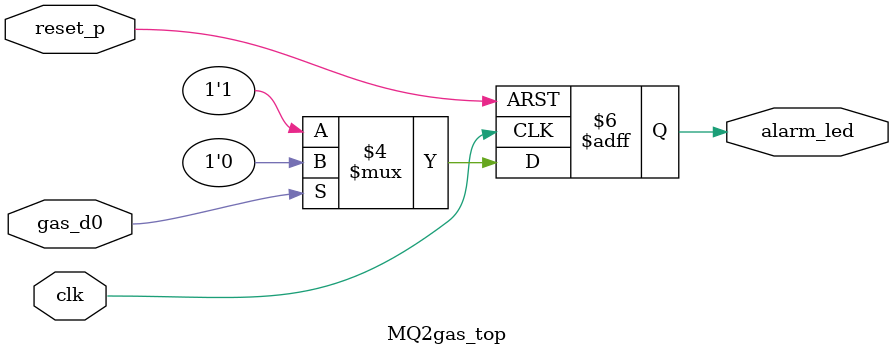
<source format=v>
`timescale 1ns / 1ps


module ring_counter_led_top(
    input clk, reset_p,     // FPGA 보드에서 제공되는 주 클럭 신호
                            // 회로를 초기화 하는 리셋 신호
    output reg [15:0] led   // 16개의 LED를 제어하는 16비트 출력
    );
    
    reg [20:0] clk_div;     // 21비트 너비의 레지스터 선언. 클락을 하는 카운터 역할
    always @(posedge clk)clk_div = clk_div + 1; // clk의 상승 엣지마다 아래 코드 실행
                                                // clk의 상승 엣지마다 clk_div 값을 1씩 증가(클럭 분주기)
    always @(posedge clk_div[20] or posedge reset_p)begin
        // always블록은 reset_p의 상승 엣지 또는 clk_div[20]의
        // 상승 엣지에서만 동작함. 즉 매우느린 clk_div[20]에 맞게 바뀜

        if(reset_p)led = 16'b0000_0000_0000_0001;
        // reset_p가 활성화되면 모든 led를 끄고 첫번째led(가장 오른쪽 비트)만 켬

        else led = {led[14:0], led[15]};
        // 리셋이 아닌경우 led값을 순환 쉬프트함.

    end
    
endmodule

module ring_counter_led_edge_detector_p(
    input clk,
    input reset_p,
    
    output reg [15:0] led
    
    );

    reg [20:0] clk_div;
    always @(posedge clk)clk_div = clk_div + 1;
    wire clk_div_18;    
    edge_detector_p clk_div_edge(
        .clk(clk), .reset_p(reset_p), .cp(clk_div[18]),
        .p_edge(clk_div_18)
    );

    always @(posedge clk or posedge reset_p) begin
        if(reset_p)led = 16'b0000_0000_0000_0001;
        // reset_p가 활성화되면 모든 led를 끄고 첫번째led(가장 오른쪽 비트)만 켬

        else led = {led[14:0], led[15]};
    end
endmodule

module watch (
    input clk, reset_p,
    input btn_mode, inc_sec, inc_min,

    output reg [7:0] sec, min,
    output reg set_watch
    );

    always @(posedge clk, posedge reset_p) begin
        if (reset_p) begin
            set_watch = 0;
        end
        else if(btn_mode) begin
            set_watch = ~set_watch;
        end
    end

    reg [26:0] cnt_sysclk;
    // reg [5:0] sec, min;  // 있어야하나?
    always @(posedge clk, posedge reset_p) begin
        if(reset_p)begin
            cnt_sysclk = 0; // 1? 0?
            sec = 0;
            min = 0;
        end
        else begin
            if (set_watch) begin
                if(inc_sec) begin
                    if (sec >= 59) begin
                        sec = 0;
                    end 
                    else begin
                        sec = sec + 1;
                    end 
                end
                if (inc_min) begin
                    if(inc_min >= 59) begin
                        min = 0;
                    end 
                    else begin
                        min = min + 1;
                    end 
                end    
            end 
            else begin
                if(cnt_sysclk >= 27'd99_999_999)begin
                    cnt_sysclk = 0;
                    if(sec >= 59) begin
                        sec = 0;
                        if(min >= 59) begin
                            min = 0;
                        end 
                        else begin
                            min = min + 1;
                        end 
                    end
                    else begin
                        sec = sec + 1;
                    end 
                end
                else begin
                    cnt_sysclk = cnt_sysclk + 1;
                end 
            end    
        end
    end
    
endmodule

module watch_top_before_modfied(
    input clk, reset_p,
    input [2:0] btn,

    output [7:0] seg_7,
    output [3:0] com,
    output [15:0] led
    );
    
    wire btn_mode, inc_sec, inc_min;
    
    btn_cntr mode_btn(
        .clk(clk), .reset_p(reset_p), .btn(btn[0]), .btn_pedge(btn_mode));
    btn_cntr inc_sec__btn(
        .clk(clk), .reset_p(reset_p), .btn(btn[1]), .btn_pedge(inc_sec));
    btn_cntr inc_min_btn(
        .clk(clk), .reset_p(reset_p), .btn(btn[2]), .btn_pedge(inc_min));
        
    reg set_watch;
    assign led[0] = set_watch;
    always @(posedge clk, posedge reset_p)begin
        if(reset_p)begin
            set_watch = 0;
        end
        else if(btn_mode)begin
            set_watch = ~set_watch;
        end
    end

    reg [26:0] cnt_sysclk;
    reg [7:0] sec, min;
    always @(posedge clk, posedge reset_p)begin
        if(reset_p)begin
            cnt_sysclk = 0;
            sec = 0;
            min = 0;
        end
        else begin
            if(set_watch)begin
                if(inc_sec)begin
                    if(sec >= 59)sec = 0;
                    else sec = sec + 1;
                end
                if(inc_min)begin
                    if(min >= 59)min = 0;
                    else min = min + 1;
                end
            end
            else begin
                if(cnt_sysclk >= 27'd99_999_999)begin
                    cnt_sysclk = 0;
                    if(sec >= 59)begin
                        sec = 0;
                        if(min >= 59) begin
                            min = 0;
                        end 
                        else begin
                            min = min + 1;
                        end 
                    end
                    else sec = sec + 1;
                end
                else begin
                    cnt_sysclk = cnt_sysclk + 1;
                end 
            end
        end
    end
    wire [15:0] sec_bcd, min_bcd;
    bin_to_dec bcd_sec(.bin(sec), .bcd(sec_bcd));
    bin_to_dec bcd_min(.bin(min), .bcd(min_bcd));
    fnd_cntr fnd(.clk(clk), .reset_p(reset_p),
        .fnd_value({min_bcd[7:0], sec_bcd[7:0]}), .hex_bcd(1),
        .seg_7(seg_7), .com(com));

endmodule


module watch_top (
    input clk, reset_p,
    input [2:0] btn,

    output [7:0] seg_7,
    output [3:0] com,
    output [15:0] led
);

    // wire [2:0] debounce_btn;
    wire btn_mode, inc_sec, inc_min;    // 벡터보단 구별이 편함
    wire [7:0] sec, min;
    wire set_watch;
    wire [15:0] sec_bcd, min_bcd;
    assign led[0] = set_watch;

//     debounce btn_0(
//     .clk(clk),
//     .btn_in(btn[0]),
//     .btn_out(btn_mode)
// );

//     debounce btn_1(
//     .clk(clk),
//     .btn_in(btn[1]),
//     .btn_out(inc_sec)
// );

//     debounce btn_2(
//     .clk(clk),
//     .btn_in(btn[2]),
//     .btn_out(inc_min)
// );

    btn_cntr mode_btn(
    .clk(clk), 
    .reset_p(reset_p),
    .btn(btn[0]),
    .btn_pedge(btn_mode)
);
    btn_cntr inc_sec_btn(
    .clk(clk), 
    .reset_p(reset_p),
    .btn(btn[1]),
    .btn_pedge(inc_sec)
);
    btn_cntr inc_min_btn(
    .clk(clk), 
    .reset_p(reset_p),
    .btn(btn[2]),
    .btn_pedge(inc_min)
);

    // wire mode_btn_pedge;
    // edge_detector_p mode_ed(
    //     .clk(clk), 
    //     .reset_p(reset_p),
    //     .cp(btn_mode), 
    //     .p_edge(mode_btn_pedge)
    // );
    // edge_detector_p inc_sec_ed(
    //     .clk(clk), 
    //     .reset_p(reset_p),
    //     .cp(inc_sec), 
    //     .p_edge(inc_sec_pedge)
    // );
    // edge_detector_p inc_min_ed(
    //     .clk(clk), 
    //     .reset_p(reset_p),
    //     .cp(inc_min), 
    //     .p_edge(inc_min_edge)
    // );

    // always @(posedge clk, posedge reset_p) begin
    //     if (reset_p) begin
    //         set_watch = 0;
    //     end
    //     else if(btn_mode)begin
    //         set_watch = ~set_watch;
    //     end
    // end

    // reg [26:0] cnt_sysclk;
    // reg [7:0] sec, min;
    // always @(posedge clk, posedge reset_p) begin
    //     if(reset_p)begin
    //         cnt_sysclk = 0;
    //         sec = 0;
    //         min = 0;
    //     end
    //     else begin
    //         if (set_watch) begin
    //             if(inc_sec) begin
    //                 if (sec >= 59)sec = 0;
    //                 else sec = sec + 1;
    //         end
    //         if (inc_min) begin
    //             if(inc_min >= 59)min = 0;
    //             else min = min + 1;
    //         end    
    //     end 
    //     else begin
    //         if(cnt_sysclk >= 27'd99_999_999)begin
    //             cnt_sysclk = 0;
    //             if(sec >= 59)begin
    //                 sec = 0;
    //                 if(min >= 59)min = 0;
    //                 else min = min + 1;
    //             end
    //             else sec = sec + 1;
    //         end
    //         else cnt_sysclk = cnt_sysclk + 1;
    //         end    
    //     end
    // end

    // always문 대체하고 watch를 instance화
    watch watch_instance (
        .clk(clk), 
        .reset_p(reset_p),
        .btn_mode(btn_mode), 
        .inc_sec(inc_sec), 
        .inc_min(inc_min),
        .sec(sec), 
        .min(min), 
        .set_watch(set_watch)
        );

    bin_to_dec bcd_sec(.bin(sec), .bcd(sec_bcd));
    bin_to_dec bcd_min(.bin(min), .bcd(min_bcd));

    fnd_cntr fnd(.clk(clk), .reset_p(reset_p),
    .fnd_value({min_bcd[7:0], sec_bcd[7:0]}), .hex_bcd(1),
    .seg_7(seg_7), .com(com));

endmodule


module cook_timer (
    input clk, reset_p,
    input btn_mode, inc_sec, inc_min, alarm_off,

    output reg [7:0] sec, min,
    output reg alarm,
    output reg start_set
);

    reg set_flag;
    reg [7:0] set_sec, set_min;
    reg [26:0] cnt_sysclk = 0;
    wire [15:0] cur_time = {min, sec};

    always @(posedge clk, posedge reset_p) begin
        if(reset_p) begin
            start_set = 0;
            alarm = 0;
        end
        else if(btn_mode && cur_time != 0 && start_set == 0)begin
            start_set = 1;
            set_sec = sec;
            set_min = min;
        end
        else if (start_set && btn_mode) begin
            start_set = 0;
        end
        else if (start_set && min == 0 && sec == 0) begin
            start_set = 0;
            alarm = 1;
        end
        else if (alarm && (alarm_off || inc_sec || inc_min || btn_mode)) begin
            alarm = 0;
            set_flag = 1;
        end
        else if (cur_time != 0) begin
            set_flag = 0;
        end
    end 
    
    // assign cur_time = {min, sec}; // 영상설명 다시보기
    always @(posedge clk, posedge reset_p) begin
        if(reset_p)begin
            cnt_sysclk = 0;
            sec = 0;
            min = 0;
        end
        else begin
            if (start_set) begin
                if (cnt_sysclk >= 99_999_999) begin // Q) -1 하는 이유?
                    cnt_sysclk = 0;
                    if (sec == 0) begin
                        if (min) begin
                            sec = 59;
                            min = min - 1;
                        end
                    end
                    else begin
                        sec = sec - 1;
                    end 
                end
                else begin
                    cnt_sysclk = cnt_sysclk + 1;
                end 
            end
            else begin
                if (inc_sec) begin
                    if (sec >= 59) begin
                        sec = 0;
                    end
                    else begin
                        sec = sec + 1;
                    end
                end
                else if (inc_min) begin
                    if (min >= 99) begin
                        min = 0;
                    end
                    else begin
                        min = min + 1;
                    end
                end
                if (set_flag) begin
                    sec = set_sec;
                    min = set_min;
                end
            end
        end
    end
endmodule


module cook_timer_top (
    input clk, reset_p,
    input [3:0] btn,
    output [7:0] seg_7,
    output [3:0] com,
    output alarm,   // reg안써도됨?
    output [15:0] led   // 디버깅용 led
);
    wire start_set;
    
    assign led[0] = start_set;
    assign led[15] = alarm;

    wire [7:0] sec, min;

    wire btn_mode, inc_sec, inc_min, alarm_off;
    wire [7:0] sec_bcd, min_bcd;

    btn_cntr mode_btn(
        .clk(clk), 
        .reset_p(reset_p),
        .btn(btn[0]),
        .btn_pedge(btn_mode)
    );

    btn_cntr inc_sec_btn(
        .clk(clk), 
        .reset_p(reset_p),
        .btn(btn[1]),
        .btn_pedge(inc_sec)
    );

    btn_cntr inc_min_btn(
        .clk(clk), 
        .reset_p(reset_p),
        .btn(btn[2]),
        .btn_pedge(inc_min)
    );

    btn_cntr alarm_off_btn(
        .clk(clk),
        .reset_p(reset_p),
        .btn(btn[3]),
        .btn_pedge(alarm_off)
    );
    
    cook_timer cook_timer_instance(
    .clk(clk), 
    .reset_p(reset_p),
    .btn_mode(btn_mode),
    .inc_sec(inc_sec),
    .inc_min(inc_min),
    .alarm_off(alarm_off),
    .sec(sec),
    .min(min),
    .alarm(alarm),
    .start_set(start_set)
    );

    bin_to_dec bcd_sec(.bin(sec), .bcd(sec_bcd));
    bin_to_dec bcd_min(.bin(min), .bcd(min_bcd));

    fnd_cntr fnd(.clk(clk), .reset_p(reset_p),
    .fnd_value({min_bcd[7:0], sec_bcd[7:0]}), .hex_bcd(1),
    .seg_7(seg_7), .com(com));


endmodule


module stop_watch (
    input clk, reset_p,
    input btn_start, btn_lap, btn_clear,

    output [7:0] fnd_sec, fnd_csec,
    output reg lap, start_stop
);
    
    always @(posedge clk, posedge reset_p) begin
        if (reset_p) begin
            start_stop = 0;
        end
        else if (btn_start) begin // 플립플롭?
            start_stop = ~start_stop;
        end
        else if (btn_clear) begin
            start_stop = 0;
        end
    end

    reg [7:0] sec, csec;
    reg [7:0] lap_sec, lap_csec;

    always @(posedge clk, posedge reset_p) begin
        if (reset_p) begin
            lap = 0;
            lap_sec = 0;
            lap_csec = 0;
        end
        else if (btn_lap) begin // 플립플롭?
            lap = ~lap;
            lap_sec = sec;
            lap_csec = csec;
        end
        else if (btn_clear) begin
            lap = 0;
            lap_sec = 0;
            lap_csec = 0;
        end
    end

    reg [26:0] cnt_sysclk; // = 0; // reg타입일때 =0은 시뮬레이션 할때 0 준것
    always @(posedge clk, posedge reset_p) begin
        if (reset_p) begin
            sec = 0;
            csec = 0;
            cnt_sysclk = 0;
        end
        else begin
            if (start_stop) begin
                if (cnt_sysclk >= 999_999) begin // 이숫자가 왜 100분의 1초이고 왜 이숫자씀?
                    cnt_sysclk = 0;
                    if (csec >= 99) begin
                        csec = 0;
                        if (sec >= 99) begin // 스탑워치니까 99까지만한다
                            sec = 0;
                        end
                        else begin
                            sec = sec + 1;
                        end
                    end
                    else begin
                        csec = csec + 1;
                    end
                end
                else begin
                    cnt_sysclk = cnt_sysclk + 1;
                end
            end
            if (btn_clear) begin
                sec = 0;
                csec = 0;
                cnt_sysclk = 0;
            end
        end
    end
    assign fnd_sec = lap ? lap_sec : sec;
    assign fnd_csec = lap ? lap_csec : csec;
endmodule

module stop_watch_top (
    input clk, 
    input reset_p,
    input [2:0] btn,

    output [7:0] seg_7,
    output [3:0] com,
    output [15:0] led
);

    wire btn_start, btn_lap, btn_clear;
    wire [7:0] fnd_sec, fnd_csec;
    wire lap, start_stop;

    assign led[0] = start_stop;
    assign led[1] = lap;

    btn_cntr start_btn(
        .clk(clk), 
        .reset_p(reset_p),
        .btn(btn[0]),
        .btn_pedge(btn_start)
    );

    btn_cntr lap_btn(
        .clk(clk), 
        .reset_p(reset_p),
        .btn(btn[1]),
        .btn_pedge(btn_lap)
    );

    btn_cntr clear_btn(
        .clk(clk), 
        .reset_p(reset_p),
        .btn(btn[2]),
        .btn_pedge(btn_clear)
    );

    stop_watch stop_watch_instance(
        .clk(clk),
        .reset_p(reset_p),
        .btn_start(btn_start),
        .btn_lap(btn_lap),
        .btn_clear(btn_clear),
        .lap(lap),
        .start_stop(start_stop)
    );

    wire [7:0] fnd_sec, fnd_csec;               // 이거 wire, assign문 3줄 왜 쓴거지?

    bin_to_dec bcd_sec(
        .bin(fnd_sec), 
        .bcd(sec_bcd)
        );
    bin_to_dec bcd_csec(
        .bin(fnd_csec), 
        .bcd(csec_bcd)
        );

    fnd_cntr fnd(
        .clk(clk), 
        .reset_p(reset_p),
        .fnd_value({sec_bcd, csec_bcd}), 
        .hex_bcd(1),  // 이러게해도되는 이유? 상위 비트가 0이라서?
        .seg_7(seg_7), 
        .com(com)
        );
    
endmodule


module multifunction_watch_top (
    input clk, reset_p,
    input [3:0] btn,
    input alarm_off,    // 슬라이드 스위치

    output [7:0] seg_7,
    output [3:0] com,
    output alarm,       // 알람출력
    output [15:0] led
);

    localparam WATCH = 0;   // 전처리기 기능. define, 가독성 올려주기
    localparam COOK_TIMER = 1;
    localparam STOP_WATCH = 2;

    reg [1:0] mode;
    assign led[1:0] = mode;
    assign led[15] = alarm;
    wire btn_mode;
    btn_cntr mode_btn (
        .clk(clk), 
        .reset_p(reset_p), 
        .btn(btn[0]), 
        .btn_pedge(btn_mode)
    );
    always @(posedge clk, posedge reset_p) begin
        if (reset_p) begin
            mode = WATCH;
        end
        else if (btn_mode) begin
            if (mode == WATCH) begin
                mode = COOK_TIMER;
            end
            else if (mode == COOK_TIMER) begin
                mode = STOP_WATCH;
            end
            else if (mode == STOP_WATCH) begin
                mode = WATCH;
            end
        end
    end

    reg [2:0] watch_btn, cook_btn, stop_btn;
    wire [7:0] watch_seg_7, cook_seg_7, stop_seg_7;
    wire [3:0] watch_com, cook_com, stop_com;
    always @(*) begin
        case (mode)
           WATCH : begin
            watch_btn = btn[3:1];
            cook_btn = 0;
            stop_btn = 0;
           end
           COOK_TIMER : begin
            watch_btn = 0;
            cook_btn = btn[3:1];
            stop_btn = 0;
           end
           STOP_WATCH : begin
            watch_btn = 0;
            cook_btn = 0;
            stop_btn = btn[3:1];
           end 
        endcase
    end

    watch_top watch(
        .clk(clk),
        .reset_p(reset_p),
        .btn(watch_btn),
        .seg_7(watch_seg_7),
        .com(watch_com)
    );

    // wire alarm; 출력으로 만들어야하기 때문에 wire는 부적절
    cook_timer_top timer(
        .clk(clk), 
        .reset_p(reset_p),
        .btn({alarm_off, cook_btn}),
        .seg_7(cook_seg_7),
        .com(cook_com),
        .alarm(alarm)
    );

    stop_watch_top stop(
        .clk(clk), 
        .reset_p(reset_p),
        .btn(stop_btn),
        .seg_7(stop_seg_7),
        .com(stop_com)
    );

    // fnd출력
    assign seg_7 = mode == WATCH ? watch_seg_7 : 
                   mode == COOK_TIMER ? cook_seg_7 :
                   mode == STOP_WATCH ? stop_seg_7 : watch_seg_7;
    assign com = mode == WATCH ? watch_com : 
                 mode == COOK_TIMER ? cook_com :
                 mode == STOP_WATCH ? stop_com : watch_com;

endmodule


module multifunction_watch_top_v2 (
    input clk, reset_p,
    input [3:0] btn,
    input alarm_off,    // 슬라이드 스위치

    output [7:0] seg_7,
    output [3:0] com,
    output alarm,       // 알람출력
    output [15:0] led
);

    localparam WATCH = 0;   // 전처리기 기능. define, 가독성 올려주기
    localparam COOK_TIMER = 1;
    localparam STOP_WATCH = 2;

    reg [1:0] mode;
    assign led[1:0] = mode;
    assign led[15] = alarm;
    wire btn_mode;
    btn_cntr mode_btn (
        .clk(clk), 
        .reset_p(reset_p), 
        .btn(btn[0]), 
        .btn_pedge(btn_mode)
    );

    always @(posedge clk, posedge reset_p) begin
        if (reset_p) begin
            mode = WATCH;
        end
        else if (btn_mode) begin
            if (mode == WATCH) begin
                mode = COOK_TIMER;
            end
            else if (mode == COOK_TIMER) begin
                mode = STOP_WATCH;
            end
            else if (mode == STOP_WATCH) begin
                mode = WATCH;
            end
        end
    end
    wire [2:0] debounced_btn_pedge;
    btn_cntr mode_btn1(
        .clk(clk),
        .reset_p(reset_p),
        .btn(btn[1]),
        .btn_pedge(debounced_btn_pedge[0])
    );
    btn_cntr mode_btn2(
        .clk(clk),
        .reset_p(reset_p),
        .btn(btn[2]),
        .btn_pedge(debounced_btn_pedge[1])
    );
    btn_cntr mode_btn3(
        .clk(clk),
        .reset_p(reset_p),
        .btn(btn[3]),
        .btn_pedge(debounced_btn_pedge[2])
    );

    reg [2:0] watch_btn, cook_btn, stop_btn;
    always @(*) begin
        case (mode)
            WATCH : begin
                watch_btn = debounced_btn_pedge;
                cook_btn = 0;
                stop_btn = 0;
            end
            COOK_TIMER : begin
                watch_btn = 0;
                cook_btn = debounced_btn_pedge;
                stop_btn = 0;
            end
            STOP_WATCH : begin
                watch_btn = 0;
                cook_btn = 0;
                stop_btn = debounced_btn_pedge;
            end 
        endcase
    end
    wire [7:0] watch_sec, watch_min, cook_sec, cook_min, stop_sec, stop_csec;
    wire set_watch;
    assign led[4] = set_watch;
    watch watch_instance(
        .clk(clk),
        .reset_p(reset_p),
        .btn_mode(watch_btn[0]),
        .inc_sec(watch_btn[1]),
        .inc_min(watch_btn[2]),
        .sec(watch_sec),
        .min(watch_min),
        .set_watch(set_watch)
    );

    wire start_set;
    assign led[6] = start_set;
    // wire alarm; 출력으로 만들어야하기 때문에 wire는 부적절
    cook_timer_ cook_timer_instance(
        .clk(clk), 
        .reset_p(reset_p),
        .btn_mode(cook_btn[0]), 
        .inc_sec(cook_btn[1]), 
        .inc_min(cook_btn[2]), 
        .alarm_off(alarm_off),
        .sec(cook_sec), 
        .min(cook_min),
        .alarm(alarm), 
        .start_set(start_set)
        );

    wire lap, start_stop;
    assign led[8] = start_stop;
    assign led[9] = lap;     

    stop_watch stop_watch_instance(
        .clk(clk), 
        .reset_p(reset_p),
        .btn_start(stop_btn[0]), 
        .btn_lap(stop_btn[1]), 
        .btn_clear(stop_btn[2]),
        .fnd_sec(stop_sec), 
        .fnd_csec(stop_csec),
        .lap(lap), 
        .start_stop(start_stop)
        );

    // fnd출력
    wire [7:0] bin_low, bin_high;
    wire [7:0] fnd_value_low, fnd_value_high;
    wire [15:0]fnd_value = {fnd_value_high, fnd_value_low}; 
    assign bin_low = mode == WATCH ? watch_sec :
                   mode == COOK_TIMER ? cook_sec :
                   mode == STOP_WATCH ? stop_csec : watch_sec;             
    assign bin_high = mode == WATCH ? watch_min :
                   mode == COOK_TIMER ? cook_min :
                   mode == STOP_WATCH ? stop_sec : watch_min;
    
    bin_to_dec bcd_low(
        .bin(bin_low), 
        .bcd(fnd_value_low)
        );
    bin_to_dec bcd_high(
        .bin(bin_high), 
        .bcd(fnd_value_high)
        );   
    fnd_cntr fnd(
        .clk(clk), 
        .reset_p(reset_p),
        .fnd_value(fnd_value),
        .hex_bcd(1),
        .seg_7(seg_7), .com(com));

endmodule

module dht11_top (
    input clk, reset_p,
    inout dht11_data,
    output [7:0] seg_7,
    output [3:0] com,
    output [15:0] led
);
    wire [7:0] humidity, temperature;

    dht11_cntr dht11(        
        clk,
        reset_p,
        dht11_data,   
        humidity, 
        temperature,
        led
        );

    wire [7:0] humi_bcd, tmpr_bcd;
    bin_to_dec bcd_humi(.bin(humidity), .bcd(humi_bcd));
    bin_to_dec bcd_tmpr(.bin(temperature), .bcd(tmpr_bcd));

    fnd_cntr fnd(
        .clk(clk), 
        .reset_p(reset_p),
        .fnd_value({humi_bcd, tmpr_bcd}), 
        .hex_bcd(1),
        .seg_7(seg_7), 
        .com(com));
    
endmodule

module hc_sr04_top (
    input clk, reset_p,
    input echo,
    output trig,
    output [7:0] seg_7,
    output [3:0] com,
    output [15:0] led
);
    wire [11:0] distance_cm;    // 8bit가 맞지만 넉넉하게 12bit(datasheet 권장)
    HC_SR04_fixed ultra_sonic(
        clk,
        reset_p,
        echo,
        trig,
        distance_cm,
        led
    );
    bin_to_dec bcd_dist(.bin(distance_cm), .bcd(distance_cm_bcd));
    
    fnd_cntr fnd(
        .clk(clk), 
        .reset_p(reset_p),
        .fnd_value(distance_cm_bcd), 
        .hex_bcd(1),
        .seg_7(seg_7), 
        .com(com));
    
endmodule

module keypad_top (
    input clk, reset_p,
    input [3:0] row,

    output [3:0] column,
    output [7:0] seg_7,
    output [3:0] com,
    output [15:0] led
);

    wire [3:0] key_value;
    wire key_valid;
    assign led[0] = key_valid;

    keypad_cntr key_pad(
        clk,
        reset_p,
        row,
        column,
        key_value,
        key_valid,
        led[5:1]
    );

    fnd_cntr fnd(
        .clk(clk),
        .reset_p(reset_p),
        .fnd_value(key_value),
        .hex_bcd(1),
        .seg_7(seg_7),
        .com(com)
    );

endmodule

module i2c_txtlcd_top (
    input clk, reset_p,
    input [3:0] btn,
    input [3:0] row,
    
    output [3:0] column,
    output scl, sda,
    output [15:0] led
);
    
    wire [3:0] btn_pedge;
    btn_cntr btn0 (     // 순서대로 연결할땐 .clk~이런거 빼도됨
        clk, 
        reset_p,
        btn[0],
        btn_pedge[0]
    );
    btn_cntr btn1 (     // 순서대로 연결할땐 .clk~이런거 빼도됨
        clk, 
        reset_p,
        btn[1],
        btn_pedge[1]
    );
    btn_cntr btn2 (     // 순서대로 연결할땐 .clk~이런거 빼도됨
        clk, 
        reset_p,
        btn[2],
        btn_pedge[2]
    );
    btn_cntr btn3 (     // 순서대로 연결할땐 .clk~이런거 빼도됨
        clk, 
        reset_p,
        btn[3],
        btn_pedge[3]
    );

    integer cnt_sysclk;
    reg count_clk_e;
    always @(negedge clk, posedge reset_p) begin
        if (reset_p) begin
            cnt_sysclk = 0;
        end
        else if (count_clk_e) begin
            cnt_sysclk = cnt_sysclk + 1;
        end
        else begin
            cnt_sysclk = 0;
        end
    end

    reg [7:0] send_buffer;  // 입력은 reg로 받고 always문에서 다루기
    reg send, rs;
    wire busy;  // 출력은 와이어로
    i2c_lcd_send_byte send_byte(
        clk,
        reset_p,
        7'h27,      // ldc 주소
        send_buffer,
        send,
        rs,
        scl, sda,
        busy,
        led
    );

    wire [3:0] key_value;
    wire key_valid;
    keypad_cntr keypad (
        clk,
        reset_p,
        row,
        column,
        key_value,
        key_valid    
    );

    wire key_valid_pedge;
    edge_detector_p key_ed (
        .clk(clk), 
        .reset_p(reset_p), 
        .cp(key_valid),
        .p_edge(key_valid_pedge)
    );


    localparam IDLE                 = 6'b00_0001;
    localparam INIT                 = 6'b00_0010;   // 초기화 상태
    localparam SEND_CHARACTER       = 6'b00_0100;   // 한문자 보내기
    localparam SHIFT_RIGHT_DISPLAY  = 6'b00_1000;
    localparam SHIFT_LEFT_DISPLAY   = 6'b01_0000;
    localparam SEND_KEY             = 6'b10_0000;

    reg [5:0] state, next_state;    // 상태머신
    always @(negedge clk, posedge reset_p) begin
        if (reset_p) begin
            state = IDLE;
        end
        else begin
            state = next_state;
        end
    end

    // 각 상태에 대해서 정의
    reg init_flag;  // init은 한번만 하면됨
    reg [10:0] cnt_data;
    always @(posedge clk, posedge reset_p) begin
        if (reset_p) begin
            next_state = IDLE;
            init_flag = 0;
            count_clk_e = 0;
            send = 0;
            send_buffer = 0;
            rs = 0;
            cnt_data = 0;
        end
        else begin
            case (state)
                IDLE                :begin
                    if (init_flag) begin
                        if (btn_pedge[0]) begin
                            next_state = SEND_CHARACTER;
                        end
                        if (btn_pedge[2]) begin
                            next_state = SHIFT_RIGHT_DISPLAY;
                        end
                        if (btn_pedge[1]) begin
                            next_state = SHIFT_LEFT_DISPLAY;
                        end
                        if (key_valid_pedge) begin  // keypad
                            next_state = SEND_KEY;
                        end
                    end
                    else begin
                        if (cnt_sysclk <= 32'd80_000_00) begin   // 데이터시트 기준 40ms 대기지만 넉넉하게 2배주기
                            count_clk_e = 1;
                        end
                        else begin
                            next_state = INIT;
                            count_clk_e = 0;
                        end
                    end
                end              
                INIT                :begin
                    if (busy) begin // busy가 1이되는건 통신이 시작이 되면이다.끝나고 idle상태이면 0
                        send = 0;   // 아래 send = 1 이후에 busy가 1이 되어서 여기로옴
                        if (cnt_data >= 6) begin
                            cnt_data = 0;
                            next_state = IDLE;
                            init_flag = 1;
                        end
                    end
                    else if (!send) begin
                        case (cnt_data) // datasheet HD44780.pdf
                           0 :send_buffer = 8'h33;
                           1 :send_buffer = 8'h32;
                           2 :send_buffer = 8'h28;
                           3 :send_buffer = 8'h0c; 
                           4 :send_buffer = 8'h01;
                           5 :send_buffer = 8'h06;  
                        endcase
                        send = 1;   // 통신이 시작되서 busy가 1이되고 위의 if(busy)로감
                        cnt_data = cnt_data + 1;
                    end
                end
                SEND_CHARACTER      :begin
                    if (busy) begin
                        next_state = IDLE;
                        send = 0;
                        if (cnt_data >= 25) begin
                            cnt_data = 0;
                        end
                        else begin
                            cnt_data = cnt_data + 1;
                        end
                    end
                    else begin
                        rs = 1;
                        send_buffer = "a" + cnt_data;  // C언어의 아스키코드와의 차이점?
                        send = 1;
                    end
                end
                SHIFT_RIGHT_DISPLAY :begin
                    if (busy) begin
                        next_state = IDLE;
                        send = 0;
                    end
                    else begin
                        rs = 0;
                        send_buffer = 8'h1c;
                        send = 1;
                    end
                end
                SHIFT_LEFT_DISPLAY  :begin
                     if (busy) begin
                        next_state = IDLE;
                        send = 0;
                    end
                    else begin
                        rs = 0;
                        send_buffer = 8'h18;
                        send = 1;
                    end
                end
                SEND_KEY            :begin
                    if (busy) begin
                        next_state = IDLE;
                        send = 0;
                    end
                    else begin
                        rs = 1;
                        if (key_value < 10) begin
                            send_buffer = "0" + key_value;  //
                        end
                        else if (key_value == 10) begin
                                send_buffer = "+";
                        end
                        else if (key_value == 11) begin
                                send_buffer = "-";
                        end
                        else if (key_value == 12) begin
                                send_buffer = "C";
                        end
                        else if (key_value == 13) begin
                                send_buffer = "/";
                        end
                        else if (key_value == 14) begin
                                send_buffer = "*";
                        end
                        else if (key_value == 15) begin
                                send_buffer = "=";
                        end
                        send = 1;
                    end
                end

            endcase
        end
    end

endmodule

module led_pwm_top (
    input clk, reset_p,

    output led_r, led_g, led_b,
    output [15:0] led
);

    integer cnt;
    always @(posedge clk) begin
        cnt = cnt + 1;                                                                                                                      
    end
   
    // assign led[0] = pwm; // 오실로스코프 파형 체크용
    // assign JA[0] = pwm; // 오실로스코프로 파형 체크용
    pwm_Nfreq_Nstep #(
        .duty_step_N(200))
        pwm_led_r(
            clk, 
            reset_p,
            cnt[27:21],
            led_r
            );

    pwm_Nfreq_Nstep #(
        .duty_step_N(100))
        pwm_led_g(
            clk, 
            reset_p,
            cnt[28:22],
            led_g
        );

    pwm_Nfreq_Nstep #(
        .duty_step_N(100))
        pwm_led_b(
            clk, 
            reset_p,
            cnt[29:23], // duty를 직접준 형태
            led_b
        );
    
endmodule

module sg90_top (
    input clk, reset_p,
    output sg90
);

    integer step, cnt;
    always @(posedge clk) begin
        cnt = cnt + 1;                                                                                                                      
    end
    wire cnt_pedge;
    edge_detector_p cnt_ed (
        .clk(clk), 
        .reset_p(reset_p), 
        .cp(cnt[22]),
        .p_edge(cnt_pedge)
    );

    reg inc_flag;
    always @(posedge clk or posedge reset_p) begin
        if (reset_p) begin
            step = 8;
            inc_flag = 1;
        end
        else if (cnt_pedge) begin
            if (inc_flag) begin
                if (step >= 189) begin
                    inc_flag = 0;
                end
                else begin
                    step = step + 1;
                end
            end
            else begin
                if (step <= 18) begin
                    inc_flag = 1;
                end
                else begin
                    step = step - 1;
                end
            end
        end
    end

    pwm_Nfreq_Nstep #(
        .pwm_freq(50),
        .duty_step_N(1440))
        pwm_sg90(   // 인스턴스명
            clk, 
            reset_p, 
            step, 
            sg90
    );

    
endmodule

module adc_top_6 (  //  channel 6
    input clk, reset_p,
    input vauxp6, vauxn6,
    output [7:0] seg_7,
    output [3:0] com,
    output [15:0] led
);
    
    wire [4:0] channel_out;
    wire eoc_out;
    wire [15:0] do_out;

    xadc_wiz_0 adc
        (
        .daddr_in({2'b00, channel_out}),            // Address bus for the dynamic reconfiguration port
        .dclk_in(clk),             // Clock input for the dynamic reconfiguration port
        .den_in(eoc_out),              // Enable Signal for the dynamic reconfiguration port
        .reset_in(reset_p),            // Reset signal for the System Monitor control logic
        .vauxp6(vauxp6),              // Auxiliary channel 6
        .vauxn6(vauxn6),
        .channel_out(channel_out),         // Channel Selection Outputs
        .do_out(do_out),              // Output data bus for dynamic reconfiguration port
        .eoc_out(eoc_out)             // End of Conversion Signal
        );

    reg [11:0] adc_value;   // 변환값 저장할 변수
    wire eoc_pedge;
    edge_detector_p eoc_ed (
        .clk(clk), 
        .reset_p(reset_p), 
        .cp(eoc_out),
        .p_edge(eoc_pedge)
    );
    always @(posedge clk, posedge reset_p) begin
        if (reset_p) begin
            adc_value = 0;
        end
        else if (eoc_pedge) begin
            adc_value = do_out[15:4];   // 정밀도 버리고 값을 안정적이게 볼때 (ex 15:8) 수정
        end                             // 반대로 정밀도 올리고 값이 덜 안정적(ex 15:4)
    end

    fnd_cntr fnd(
        .clk(clk), 
        .reset_p(reset_p),
        .fnd_value(adc_value),
        .hex_bcd(0),
        .seg_7(seg_7), .com(com));

    assign led[0] = eoc_out;
    assign led[15:4] = adc_value;

endmodule

module adc_sequence2_top (
    input clk, reset_p,
    input vauxp6, vauxn6,
    input vauxp14, vauxn14,
    output [7:0] seg_7,
    output [3:0] com,
    output [15:0] led,
    output led_g, led_b
);

    wire [4:0] channel_out;
    wire [15:0] do_out;
    wire eoc_out;
    xadc_joystick joystick (
        .daddr_in({2'b00, channel_out}),            // Address bus for the dynamic reconfiguration port
        .dclk_in(clk),             // Clock input for the dynamic reconfiguration port
        .den_in(eoc_out),              // Enable Signal for the dynamic reconfiguration port
        .reset_in(reset_p),            // Reset signal for the System Monitor control logic
        .vauxp6(vauxp6),              // Auxiliary channel 6
        .vauxn6(vauxn6),
        .vauxp14(vauxp14),             // Auxiliary channel 14
        .vauxn14(vauxn14),
        .channel_out(channel_out),         // Channel Selection Outputs
        .do_out(do_out),              // Output data bus for dynamic reconfiguration port
        .eoc_out(eoc_out)             // End of Conversion Signal
        );

    reg [11:0] adc_value_x, adc_value_y;   // 변환값 저장할 변수
    wire eoc_pedge;
    edge_detector_p eoc_ed (
        .clk(clk), 
        .reset_p(reset_p), 
        .cp(eoc_out),
        .p_edge(eoc_pedge)
    );
    always @(posedge clk, posedge reset_p) begin
        if (reset_p) begin
            adc_value_x = 0;
            adc_value_y = 0;
        end
        else if (eoc_pedge) begin
            case (channel_out[3:0])
               6 : adc_value_x = do_out[15:4];  // 채널6
               14: adc_value_y = do_out[15:4];  // 채널 14
            endcase
        end                             
    end

    wire [7:0] x_bcd, y_bcd;
    bin_to_dec bcd_x(
        .bin(adc_value_x[11:6]), 
        .bcd(x_bcd)
        );
    
    bin_to_dec bcd_y(
        .bin(adc_value_y[11:6]), 
        .bcd(y_bcd)
        );

    fnd_cntr fnd(
        .clk(clk), 
        .reset_p(reset_p),
        .fnd_value({x_bcd, y_bcd}),
        .hex_bcd(1),
        .seg_7(seg_7), .com(com)
        );

    pwm_Nfreq_Nstep #(
        .duty_step_N(128))
        pwm_led_g(
            clk, 
            reset_p,
            adc_value_x[11:4],
            led_g
        );

    pwm_Nfreq_Nstep #(
        .duty_step_N(128))
        pwm_led_b(
            clk, 
            reset_p,
            adc_value_y[11:6],
            led_b
        );

endmodule

module rain_curtain_top (
    input clk,
    input reset_p,
    input [1:0] btn,
    output rain_curtain
    );
    
    wire btn_up_pedge, btn_down_pedge;
    btn_cntr btn_up_m(
        .clk(clk),
        .reset_p(reset_p),
        .btn(btn[0]),
        .btn_pedge(btn_up_pedge)
    );
    btn_cntr btn_down_m(
        .clk(clk),
        .reset_p(reset_p),
        .btn(btn[1]),
        .btn_pedge(btn_down_pedge)
    );

    // FSM
    integer step;
    always @(posedge clk or posedge reset_p) begin
        if (reset_p) begin
            step <= 90;
        end
        else if (btn_up_pedge) begin
            if (step < 189) begin
                step <= step + 1;
            end
        end
        else if (btn_down_pedge) begin
            if (step > 18) begin
                step <= step - 1;
            end
        end
    end

    pwm_Nfreq_Nstep #(
        .pwm_freq(50),
        .duty_step_N(1440))
        pwm_sg90(
            clk, 
            reset_p, 
            step, 
            rain_curtain
    );

endmodule

module MQ2gas_top (
    input clk,
    input reset_p,
    input gas_d0,
    output reg alarm_led // 경고 LED 출력
);

    always @(posedge clk or posedge reset_p) begin
        if (reset_p) begin
            alarm_led <= 1'b0;
        end
        else if (!gas_d0) begin // D0 핀이 HIGH일 때
            alarm_led <= 1'b1; // LED 켜기
        end
        else begin
            alarm_led <= 1'b0; // LED 끄기
        end
    end

    
endmodule
</source>
